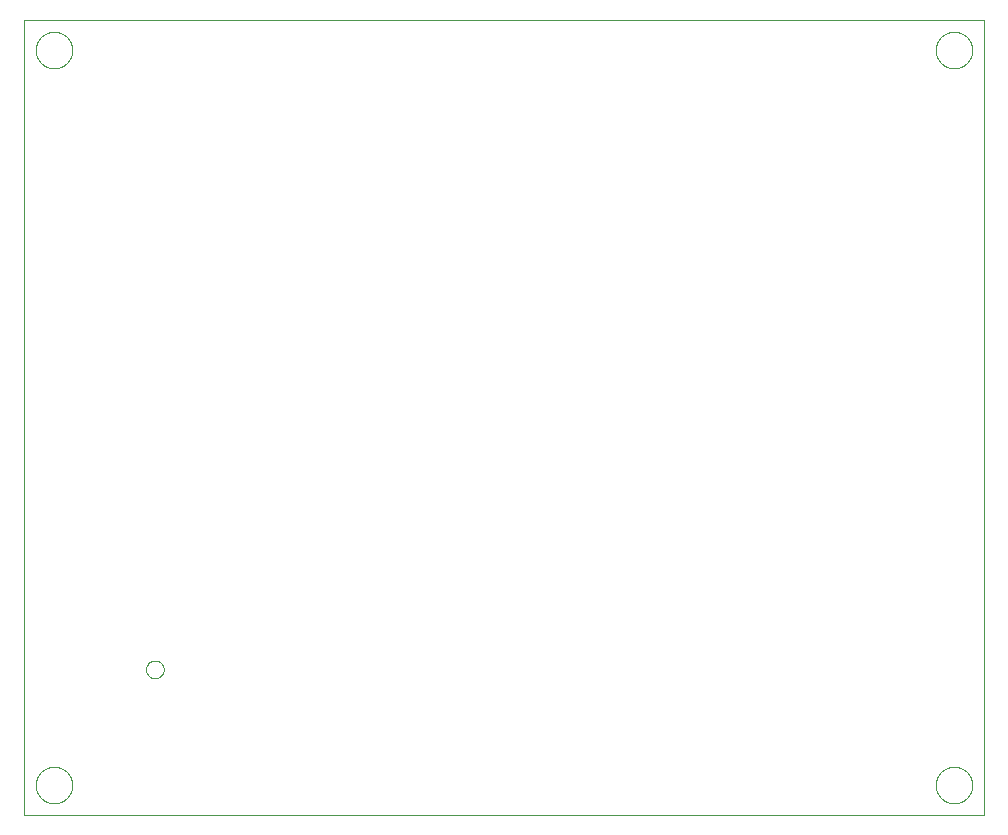
<source format=gbp>
G75*
%MOIN*%
%OFA0B0*%
%FSLAX25Y25*%
%IPPOS*%
%LPD*%
%AMOC8*
5,1,8,0,0,1.08239X$1,22.5*
%
%ADD10C,0.00000*%
D10*
X0001400Y0005000D02*
X0321400Y0005000D01*
X0321400Y0270000D01*
X0001400Y0270000D01*
X0001400Y0005000D01*
X0005298Y0015000D02*
X0005300Y0015156D01*
X0005306Y0015312D01*
X0005316Y0015467D01*
X0005330Y0015622D01*
X0005348Y0015777D01*
X0005370Y0015931D01*
X0005395Y0016085D01*
X0005425Y0016238D01*
X0005459Y0016390D01*
X0005496Y0016542D01*
X0005537Y0016692D01*
X0005582Y0016841D01*
X0005631Y0016989D01*
X0005684Y0017136D01*
X0005740Y0017281D01*
X0005800Y0017425D01*
X0005864Y0017567D01*
X0005932Y0017708D01*
X0006003Y0017846D01*
X0006077Y0017983D01*
X0006155Y0018118D01*
X0006236Y0018251D01*
X0006321Y0018382D01*
X0006409Y0018511D01*
X0006500Y0018637D01*
X0006595Y0018761D01*
X0006692Y0018882D01*
X0006793Y0019001D01*
X0006897Y0019118D01*
X0007003Y0019231D01*
X0007113Y0019342D01*
X0007225Y0019450D01*
X0007340Y0019555D01*
X0007458Y0019658D01*
X0007578Y0019757D01*
X0007701Y0019853D01*
X0007826Y0019946D01*
X0007953Y0020035D01*
X0008083Y0020122D01*
X0008215Y0020205D01*
X0008349Y0020284D01*
X0008485Y0020361D01*
X0008623Y0020433D01*
X0008762Y0020503D01*
X0008904Y0020568D01*
X0009047Y0020630D01*
X0009191Y0020688D01*
X0009337Y0020743D01*
X0009485Y0020794D01*
X0009633Y0020841D01*
X0009783Y0020884D01*
X0009934Y0020923D01*
X0010086Y0020959D01*
X0010238Y0020990D01*
X0010392Y0021018D01*
X0010546Y0021042D01*
X0010700Y0021062D01*
X0010855Y0021078D01*
X0011011Y0021090D01*
X0011166Y0021098D01*
X0011322Y0021102D01*
X0011478Y0021102D01*
X0011634Y0021098D01*
X0011789Y0021090D01*
X0011945Y0021078D01*
X0012100Y0021062D01*
X0012254Y0021042D01*
X0012408Y0021018D01*
X0012562Y0020990D01*
X0012714Y0020959D01*
X0012866Y0020923D01*
X0013017Y0020884D01*
X0013167Y0020841D01*
X0013315Y0020794D01*
X0013463Y0020743D01*
X0013609Y0020688D01*
X0013753Y0020630D01*
X0013896Y0020568D01*
X0014038Y0020503D01*
X0014177Y0020433D01*
X0014315Y0020361D01*
X0014451Y0020284D01*
X0014585Y0020205D01*
X0014717Y0020122D01*
X0014847Y0020035D01*
X0014974Y0019946D01*
X0015099Y0019853D01*
X0015222Y0019757D01*
X0015342Y0019658D01*
X0015460Y0019555D01*
X0015575Y0019450D01*
X0015687Y0019342D01*
X0015797Y0019231D01*
X0015903Y0019118D01*
X0016007Y0019001D01*
X0016108Y0018882D01*
X0016205Y0018761D01*
X0016300Y0018637D01*
X0016391Y0018511D01*
X0016479Y0018382D01*
X0016564Y0018251D01*
X0016645Y0018118D01*
X0016723Y0017983D01*
X0016797Y0017846D01*
X0016868Y0017708D01*
X0016936Y0017567D01*
X0017000Y0017425D01*
X0017060Y0017281D01*
X0017116Y0017136D01*
X0017169Y0016989D01*
X0017218Y0016841D01*
X0017263Y0016692D01*
X0017304Y0016542D01*
X0017341Y0016390D01*
X0017375Y0016238D01*
X0017405Y0016085D01*
X0017430Y0015931D01*
X0017452Y0015777D01*
X0017470Y0015622D01*
X0017484Y0015467D01*
X0017494Y0015312D01*
X0017500Y0015156D01*
X0017502Y0015000D01*
X0017500Y0014844D01*
X0017494Y0014688D01*
X0017484Y0014533D01*
X0017470Y0014378D01*
X0017452Y0014223D01*
X0017430Y0014069D01*
X0017405Y0013915D01*
X0017375Y0013762D01*
X0017341Y0013610D01*
X0017304Y0013458D01*
X0017263Y0013308D01*
X0017218Y0013159D01*
X0017169Y0013011D01*
X0017116Y0012864D01*
X0017060Y0012719D01*
X0017000Y0012575D01*
X0016936Y0012433D01*
X0016868Y0012292D01*
X0016797Y0012154D01*
X0016723Y0012017D01*
X0016645Y0011882D01*
X0016564Y0011749D01*
X0016479Y0011618D01*
X0016391Y0011489D01*
X0016300Y0011363D01*
X0016205Y0011239D01*
X0016108Y0011118D01*
X0016007Y0010999D01*
X0015903Y0010882D01*
X0015797Y0010769D01*
X0015687Y0010658D01*
X0015575Y0010550D01*
X0015460Y0010445D01*
X0015342Y0010342D01*
X0015222Y0010243D01*
X0015099Y0010147D01*
X0014974Y0010054D01*
X0014847Y0009965D01*
X0014717Y0009878D01*
X0014585Y0009795D01*
X0014451Y0009716D01*
X0014315Y0009639D01*
X0014177Y0009567D01*
X0014038Y0009497D01*
X0013896Y0009432D01*
X0013753Y0009370D01*
X0013609Y0009312D01*
X0013463Y0009257D01*
X0013315Y0009206D01*
X0013167Y0009159D01*
X0013017Y0009116D01*
X0012866Y0009077D01*
X0012714Y0009041D01*
X0012562Y0009010D01*
X0012408Y0008982D01*
X0012254Y0008958D01*
X0012100Y0008938D01*
X0011945Y0008922D01*
X0011789Y0008910D01*
X0011634Y0008902D01*
X0011478Y0008898D01*
X0011322Y0008898D01*
X0011166Y0008902D01*
X0011011Y0008910D01*
X0010855Y0008922D01*
X0010700Y0008938D01*
X0010546Y0008958D01*
X0010392Y0008982D01*
X0010238Y0009010D01*
X0010086Y0009041D01*
X0009934Y0009077D01*
X0009783Y0009116D01*
X0009633Y0009159D01*
X0009485Y0009206D01*
X0009337Y0009257D01*
X0009191Y0009312D01*
X0009047Y0009370D01*
X0008904Y0009432D01*
X0008762Y0009497D01*
X0008623Y0009567D01*
X0008485Y0009639D01*
X0008349Y0009716D01*
X0008215Y0009795D01*
X0008083Y0009878D01*
X0007953Y0009965D01*
X0007826Y0010054D01*
X0007701Y0010147D01*
X0007578Y0010243D01*
X0007458Y0010342D01*
X0007340Y0010445D01*
X0007225Y0010550D01*
X0007113Y0010658D01*
X0007003Y0010769D01*
X0006897Y0010882D01*
X0006793Y0010999D01*
X0006692Y0011118D01*
X0006595Y0011239D01*
X0006500Y0011363D01*
X0006409Y0011489D01*
X0006321Y0011618D01*
X0006236Y0011749D01*
X0006155Y0011882D01*
X0006077Y0012017D01*
X0006003Y0012154D01*
X0005932Y0012292D01*
X0005864Y0012433D01*
X0005800Y0012575D01*
X0005740Y0012719D01*
X0005684Y0012864D01*
X0005631Y0013011D01*
X0005582Y0013159D01*
X0005537Y0013308D01*
X0005496Y0013458D01*
X0005459Y0013610D01*
X0005425Y0013762D01*
X0005395Y0013915D01*
X0005370Y0014069D01*
X0005348Y0014223D01*
X0005330Y0014378D01*
X0005316Y0014533D01*
X0005306Y0014688D01*
X0005300Y0014844D01*
X0005298Y0015000D01*
X0042069Y0053563D02*
X0042071Y0053671D01*
X0042077Y0053780D01*
X0042087Y0053888D01*
X0042101Y0053995D01*
X0042119Y0054102D01*
X0042140Y0054209D01*
X0042166Y0054314D01*
X0042196Y0054419D01*
X0042229Y0054522D01*
X0042266Y0054624D01*
X0042307Y0054724D01*
X0042351Y0054823D01*
X0042400Y0054921D01*
X0042451Y0055016D01*
X0042506Y0055109D01*
X0042565Y0055201D01*
X0042627Y0055290D01*
X0042692Y0055377D01*
X0042760Y0055461D01*
X0042831Y0055543D01*
X0042905Y0055622D01*
X0042982Y0055698D01*
X0043062Y0055772D01*
X0043145Y0055842D01*
X0043230Y0055910D01*
X0043317Y0055974D01*
X0043407Y0056035D01*
X0043499Y0056093D01*
X0043593Y0056147D01*
X0043689Y0056198D01*
X0043786Y0056245D01*
X0043886Y0056289D01*
X0043987Y0056329D01*
X0044089Y0056365D01*
X0044192Y0056397D01*
X0044297Y0056426D01*
X0044403Y0056450D01*
X0044509Y0056471D01*
X0044616Y0056488D01*
X0044724Y0056501D01*
X0044832Y0056510D01*
X0044941Y0056515D01*
X0045049Y0056516D01*
X0045158Y0056513D01*
X0045266Y0056506D01*
X0045374Y0056495D01*
X0045481Y0056480D01*
X0045588Y0056461D01*
X0045694Y0056438D01*
X0045799Y0056412D01*
X0045904Y0056381D01*
X0046006Y0056347D01*
X0046108Y0056309D01*
X0046208Y0056267D01*
X0046307Y0056222D01*
X0046404Y0056173D01*
X0046498Y0056120D01*
X0046591Y0056064D01*
X0046682Y0056005D01*
X0046771Y0055942D01*
X0046857Y0055877D01*
X0046941Y0055808D01*
X0047022Y0055736D01*
X0047100Y0055661D01*
X0047176Y0055583D01*
X0047249Y0055502D01*
X0047319Y0055419D01*
X0047385Y0055334D01*
X0047449Y0055246D01*
X0047509Y0055155D01*
X0047566Y0055063D01*
X0047619Y0054968D01*
X0047669Y0054872D01*
X0047715Y0054774D01*
X0047758Y0054674D01*
X0047797Y0054573D01*
X0047832Y0054470D01*
X0047864Y0054367D01*
X0047891Y0054262D01*
X0047915Y0054156D01*
X0047935Y0054049D01*
X0047951Y0053942D01*
X0047963Y0053834D01*
X0047971Y0053726D01*
X0047975Y0053617D01*
X0047975Y0053509D01*
X0047971Y0053400D01*
X0047963Y0053292D01*
X0047951Y0053184D01*
X0047935Y0053077D01*
X0047915Y0052970D01*
X0047891Y0052864D01*
X0047864Y0052759D01*
X0047832Y0052656D01*
X0047797Y0052553D01*
X0047758Y0052452D01*
X0047715Y0052352D01*
X0047669Y0052254D01*
X0047619Y0052158D01*
X0047566Y0052063D01*
X0047509Y0051971D01*
X0047449Y0051880D01*
X0047385Y0051792D01*
X0047319Y0051707D01*
X0047249Y0051624D01*
X0047176Y0051543D01*
X0047100Y0051465D01*
X0047022Y0051390D01*
X0046941Y0051318D01*
X0046857Y0051249D01*
X0046771Y0051184D01*
X0046682Y0051121D01*
X0046591Y0051062D01*
X0046499Y0051006D01*
X0046404Y0050953D01*
X0046307Y0050904D01*
X0046208Y0050859D01*
X0046108Y0050817D01*
X0046006Y0050779D01*
X0045904Y0050745D01*
X0045799Y0050714D01*
X0045694Y0050688D01*
X0045588Y0050665D01*
X0045481Y0050646D01*
X0045374Y0050631D01*
X0045266Y0050620D01*
X0045158Y0050613D01*
X0045049Y0050610D01*
X0044941Y0050611D01*
X0044832Y0050616D01*
X0044724Y0050625D01*
X0044616Y0050638D01*
X0044509Y0050655D01*
X0044403Y0050676D01*
X0044297Y0050700D01*
X0044192Y0050729D01*
X0044089Y0050761D01*
X0043987Y0050797D01*
X0043886Y0050837D01*
X0043786Y0050881D01*
X0043689Y0050928D01*
X0043593Y0050979D01*
X0043499Y0051033D01*
X0043407Y0051091D01*
X0043317Y0051152D01*
X0043230Y0051216D01*
X0043145Y0051284D01*
X0043062Y0051354D01*
X0042982Y0051428D01*
X0042905Y0051504D01*
X0042831Y0051583D01*
X0042760Y0051665D01*
X0042692Y0051749D01*
X0042627Y0051836D01*
X0042565Y0051925D01*
X0042506Y0052017D01*
X0042451Y0052110D01*
X0042400Y0052205D01*
X0042351Y0052303D01*
X0042307Y0052402D01*
X0042266Y0052502D01*
X0042229Y0052604D01*
X0042196Y0052707D01*
X0042166Y0052812D01*
X0042140Y0052917D01*
X0042119Y0053024D01*
X0042101Y0053131D01*
X0042087Y0053238D01*
X0042077Y0053346D01*
X0042071Y0053455D01*
X0042069Y0053563D01*
X0005298Y0260000D02*
X0005300Y0260156D01*
X0005306Y0260312D01*
X0005316Y0260467D01*
X0005330Y0260622D01*
X0005348Y0260777D01*
X0005370Y0260931D01*
X0005395Y0261085D01*
X0005425Y0261238D01*
X0005459Y0261390D01*
X0005496Y0261542D01*
X0005537Y0261692D01*
X0005582Y0261841D01*
X0005631Y0261989D01*
X0005684Y0262136D01*
X0005740Y0262281D01*
X0005800Y0262425D01*
X0005864Y0262567D01*
X0005932Y0262708D01*
X0006003Y0262846D01*
X0006077Y0262983D01*
X0006155Y0263118D01*
X0006236Y0263251D01*
X0006321Y0263382D01*
X0006409Y0263511D01*
X0006500Y0263637D01*
X0006595Y0263761D01*
X0006692Y0263882D01*
X0006793Y0264001D01*
X0006897Y0264118D01*
X0007003Y0264231D01*
X0007113Y0264342D01*
X0007225Y0264450D01*
X0007340Y0264555D01*
X0007458Y0264658D01*
X0007578Y0264757D01*
X0007701Y0264853D01*
X0007826Y0264946D01*
X0007953Y0265035D01*
X0008083Y0265122D01*
X0008215Y0265205D01*
X0008349Y0265284D01*
X0008485Y0265361D01*
X0008623Y0265433D01*
X0008762Y0265503D01*
X0008904Y0265568D01*
X0009047Y0265630D01*
X0009191Y0265688D01*
X0009337Y0265743D01*
X0009485Y0265794D01*
X0009633Y0265841D01*
X0009783Y0265884D01*
X0009934Y0265923D01*
X0010086Y0265959D01*
X0010238Y0265990D01*
X0010392Y0266018D01*
X0010546Y0266042D01*
X0010700Y0266062D01*
X0010855Y0266078D01*
X0011011Y0266090D01*
X0011166Y0266098D01*
X0011322Y0266102D01*
X0011478Y0266102D01*
X0011634Y0266098D01*
X0011789Y0266090D01*
X0011945Y0266078D01*
X0012100Y0266062D01*
X0012254Y0266042D01*
X0012408Y0266018D01*
X0012562Y0265990D01*
X0012714Y0265959D01*
X0012866Y0265923D01*
X0013017Y0265884D01*
X0013167Y0265841D01*
X0013315Y0265794D01*
X0013463Y0265743D01*
X0013609Y0265688D01*
X0013753Y0265630D01*
X0013896Y0265568D01*
X0014038Y0265503D01*
X0014177Y0265433D01*
X0014315Y0265361D01*
X0014451Y0265284D01*
X0014585Y0265205D01*
X0014717Y0265122D01*
X0014847Y0265035D01*
X0014974Y0264946D01*
X0015099Y0264853D01*
X0015222Y0264757D01*
X0015342Y0264658D01*
X0015460Y0264555D01*
X0015575Y0264450D01*
X0015687Y0264342D01*
X0015797Y0264231D01*
X0015903Y0264118D01*
X0016007Y0264001D01*
X0016108Y0263882D01*
X0016205Y0263761D01*
X0016300Y0263637D01*
X0016391Y0263511D01*
X0016479Y0263382D01*
X0016564Y0263251D01*
X0016645Y0263118D01*
X0016723Y0262983D01*
X0016797Y0262846D01*
X0016868Y0262708D01*
X0016936Y0262567D01*
X0017000Y0262425D01*
X0017060Y0262281D01*
X0017116Y0262136D01*
X0017169Y0261989D01*
X0017218Y0261841D01*
X0017263Y0261692D01*
X0017304Y0261542D01*
X0017341Y0261390D01*
X0017375Y0261238D01*
X0017405Y0261085D01*
X0017430Y0260931D01*
X0017452Y0260777D01*
X0017470Y0260622D01*
X0017484Y0260467D01*
X0017494Y0260312D01*
X0017500Y0260156D01*
X0017502Y0260000D01*
X0017500Y0259844D01*
X0017494Y0259688D01*
X0017484Y0259533D01*
X0017470Y0259378D01*
X0017452Y0259223D01*
X0017430Y0259069D01*
X0017405Y0258915D01*
X0017375Y0258762D01*
X0017341Y0258610D01*
X0017304Y0258458D01*
X0017263Y0258308D01*
X0017218Y0258159D01*
X0017169Y0258011D01*
X0017116Y0257864D01*
X0017060Y0257719D01*
X0017000Y0257575D01*
X0016936Y0257433D01*
X0016868Y0257292D01*
X0016797Y0257154D01*
X0016723Y0257017D01*
X0016645Y0256882D01*
X0016564Y0256749D01*
X0016479Y0256618D01*
X0016391Y0256489D01*
X0016300Y0256363D01*
X0016205Y0256239D01*
X0016108Y0256118D01*
X0016007Y0255999D01*
X0015903Y0255882D01*
X0015797Y0255769D01*
X0015687Y0255658D01*
X0015575Y0255550D01*
X0015460Y0255445D01*
X0015342Y0255342D01*
X0015222Y0255243D01*
X0015099Y0255147D01*
X0014974Y0255054D01*
X0014847Y0254965D01*
X0014717Y0254878D01*
X0014585Y0254795D01*
X0014451Y0254716D01*
X0014315Y0254639D01*
X0014177Y0254567D01*
X0014038Y0254497D01*
X0013896Y0254432D01*
X0013753Y0254370D01*
X0013609Y0254312D01*
X0013463Y0254257D01*
X0013315Y0254206D01*
X0013167Y0254159D01*
X0013017Y0254116D01*
X0012866Y0254077D01*
X0012714Y0254041D01*
X0012562Y0254010D01*
X0012408Y0253982D01*
X0012254Y0253958D01*
X0012100Y0253938D01*
X0011945Y0253922D01*
X0011789Y0253910D01*
X0011634Y0253902D01*
X0011478Y0253898D01*
X0011322Y0253898D01*
X0011166Y0253902D01*
X0011011Y0253910D01*
X0010855Y0253922D01*
X0010700Y0253938D01*
X0010546Y0253958D01*
X0010392Y0253982D01*
X0010238Y0254010D01*
X0010086Y0254041D01*
X0009934Y0254077D01*
X0009783Y0254116D01*
X0009633Y0254159D01*
X0009485Y0254206D01*
X0009337Y0254257D01*
X0009191Y0254312D01*
X0009047Y0254370D01*
X0008904Y0254432D01*
X0008762Y0254497D01*
X0008623Y0254567D01*
X0008485Y0254639D01*
X0008349Y0254716D01*
X0008215Y0254795D01*
X0008083Y0254878D01*
X0007953Y0254965D01*
X0007826Y0255054D01*
X0007701Y0255147D01*
X0007578Y0255243D01*
X0007458Y0255342D01*
X0007340Y0255445D01*
X0007225Y0255550D01*
X0007113Y0255658D01*
X0007003Y0255769D01*
X0006897Y0255882D01*
X0006793Y0255999D01*
X0006692Y0256118D01*
X0006595Y0256239D01*
X0006500Y0256363D01*
X0006409Y0256489D01*
X0006321Y0256618D01*
X0006236Y0256749D01*
X0006155Y0256882D01*
X0006077Y0257017D01*
X0006003Y0257154D01*
X0005932Y0257292D01*
X0005864Y0257433D01*
X0005800Y0257575D01*
X0005740Y0257719D01*
X0005684Y0257864D01*
X0005631Y0258011D01*
X0005582Y0258159D01*
X0005537Y0258308D01*
X0005496Y0258458D01*
X0005459Y0258610D01*
X0005425Y0258762D01*
X0005395Y0258915D01*
X0005370Y0259069D01*
X0005348Y0259223D01*
X0005330Y0259378D01*
X0005316Y0259533D01*
X0005306Y0259688D01*
X0005300Y0259844D01*
X0005298Y0260000D01*
X0305298Y0260000D02*
X0305300Y0260156D01*
X0305306Y0260312D01*
X0305316Y0260467D01*
X0305330Y0260622D01*
X0305348Y0260777D01*
X0305370Y0260931D01*
X0305395Y0261085D01*
X0305425Y0261238D01*
X0305459Y0261390D01*
X0305496Y0261542D01*
X0305537Y0261692D01*
X0305582Y0261841D01*
X0305631Y0261989D01*
X0305684Y0262136D01*
X0305740Y0262281D01*
X0305800Y0262425D01*
X0305864Y0262567D01*
X0305932Y0262708D01*
X0306003Y0262846D01*
X0306077Y0262983D01*
X0306155Y0263118D01*
X0306236Y0263251D01*
X0306321Y0263382D01*
X0306409Y0263511D01*
X0306500Y0263637D01*
X0306595Y0263761D01*
X0306692Y0263882D01*
X0306793Y0264001D01*
X0306897Y0264118D01*
X0307003Y0264231D01*
X0307113Y0264342D01*
X0307225Y0264450D01*
X0307340Y0264555D01*
X0307458Y0264658D01*
X0307578Y0264757D01*
X0307701Y0264853D01*
X0307826Y0264946D01*
X0307953Y0265035D01*
X0308083Y0265122D01*
X0308215Y0265205D01*
X0308349Y0265284D01*
X0308485Y0265361D01*
X0308623Y0265433D01*
X0308762Y0265503D01*
X0308904Y0265568D01*
X0309047Y0265630D01*
X0309191Y0265688D01*
X0309337Y0265743D01*
X0309485Y0265794D01*
X0309633Y0265841D01*
X0309783Y0265884D01*
X0309934Y0265923D01*
X0310086Y0265959D01*
X0310238Y0265990D01*
X0310392Y0266018D01*
X0310546Y0266042D01*
X0310700Y0266062D01*
X0310855Y0266078D01*
X0311011Y0266090D01*
X0311166Y0266098D01*
X0311322Y0266102D01*
X0311478Y0266102D01*
X0311634Y0266098D01*
X0311789Y0266090D01*
X0311945Y0266078D01*
X0312100Y0266062D01*
X0312254Y0266042D01*
X0312408Y0266018D01*
X0312562Y0265990D01*
X0312714Y0265959D01*
X0312866Y0265923D01*
X0313017Y0265884D01*
X0313167Y0265841D01*
X0313315Y0265794D01*
X0313463Y0265743D01*
X0313609Y0265688D01*
X0313753Y0265630D01*
X0313896Y0265568D01*
X0314038Y0265503D01*
X0314177Y0265433D01*
X0314315Y0265361D01*
X0314451Y0265284D01*
X0314585Y0265205D01*
X0314717Y0265122D01*
X0314847Y0265035D01*
X0314974Y0264946D01*
X0315099Y0264853D01*
X0315222Y0264757D01*
X0315342Y0264658D01*
X0315460Y0264555D01*
X0315575Y0264450D01*
X0315687Y0264342D01*
X0315797Y0264231D01*
X0315903Y0264118D01*
X0316007Y0264001D01*
X0316108Y0263882D01*
X0316205Y0263761D01*
X0316300Y0263637D01*
X0316391Y0263511D01*
X0316479Y0263382D01*
X0316564Y0263251D01*
X0316645Y0263118D01*
X0316723Y0262983D01*
X0316797Y0262846D01*
X0316868Y0262708D01*
X0316936Y0262567D01*
X0317000Y0262425D01*
X0317060Y0262281D01*
X0317116Y0262136D01*
X0317169Y0261989D01*
X0317218Y0261841D01*
X0317263Y0261692D01*
X0317304Y0261542D01*
X0317341Y0261390D01*
X0317375Y0261238D01*
X0317405Y0261085D01*
X0317430Y0260931D01*
X0317452Y0260777D01*
X0317470Y0260622D01*
X0317484Y0260467D01*
X0317494Y0260312D01*
X0317500Y0260156D01*
X0317502Y0260000D01*
X0317500Y0259844D01*
X0317494Y0259688D01*
X0317484Y0259533D01*
X0317470Y0259378D01*
X0317452Y0259223D01*
X0317430Y0259069D01*
X0317405Y0258915D01*
X0317375Y0258762D01*
X0317341Y0258610D01*
X0317304Y0258458D01*
X0317263Y0258308D01*
X0317218Y0258159D01*
X0317169Y0258011D01*
X0317116Y0257864D01*
X0317060Y0257719D01*
X0317000Y0257575D01*
X0316936Y0257433D01*
X0316868Y0257292D01*
X0316797Y0257154D01*
X0316723Y0257017D01*
X0316645Y0256882D01*
X0316564Y0256749D01*
X0316479Y0256618D01*
X0316391Y0256489D01*
X0316300Y0256363D01*
X0316205Y0256239D01*
X0316108Y0256118D01*
X0316007Y0255999D01*
X0315903Y0255882D01*
X0315797Y0255769D01*
X0315687Y0255658D01*
X0315575Y0255550D01*
X0315460Y0255445D01*
X0315342Y0255342D01*
X0315222Y0255243D01*
X0315099Y0255147D01*
X0314974Y0255054D01*
X0314847Y0254965D01*
X0314717Y0254878D01*
X0314585Y0254795D01*
X0314451Y0254716D01*
X0314315Y0254639D01*
X0314177Y0254567D01*
X0314038Y0254497D01*
X0313896Y0254432D01*
X0313753Y0254370D01*
X0313609Y0254312D01*
X0313463Y0254257D01*
X0313315Y0254206D01*
X0313167Y0254159D01*
X0313017Y0254116D01*
X0312866Y0254077D01*
X0312714Y0254041D01*
X0312562Y0254010D01*
X0312408Y0253982D01*
X0312254Y0253958D01*
X0312100Y0253938D01*
X0311945Y0253922D01*
X0311789Y0253910D01*
X0311634Y0253902D01*
X0311478Y0253898D01*
X0311322Y0253898D01*
X0311166Y0253902D01*
X0311011Y0253910D01*
X0310855Y0253922D01*
X0310700Y0253938D01*
X0310546Y0253958D01*
X0310392Y0253982D01*
X0310238Y0254010D01*
X0310086Y0254041D01*
X0309934Y0254077D01*
X0309783Y0254116D01*
X0309633Y0254159D01*
X0309485Y0254206D01*
X0309337Y0254257D01*
X0309191Y0254312D01*
X0309047Y0254370D01*
X0308904Y0254432D01*
X0308762Y0254497D01*
X0308623Y0254567D01*
X0308485Y0254639D01*
X0308349Y0254716D01*
X0308215Y0254795D01*
X0308083Y0254878D01*
X0307953Y0254965D01*
X0307826Y0255054D01*
X0307701Y0255147D01*
X0307578Y0255243D01*
X0307458Y0255342D01*
X0307340Y0255445D01*
X0307225Y0255550D01*
X0307113Y0255658D01*
X0307003Y0255769D01*
X0306897Y0255882D01*
X0306793Y0255999D01*
X0306692Y0256118D01*
X0306595Y0256239D01*
X0306500Y0256363D01*
X0306409Y0256489D01*
X0306321Y0256618D01*
X0306236Y0256749D01*
X0306155Y0256882D01*
X0306077Y0257017D01*
X0306003Y0257154D01*
X0305932Y0257292D01*
X0305864Y0257433D01*
X0305800Y0257575D01*
X0305740Y0257719D01*
X0305684Y0257864D01*
X0305631Y0258011D01*
X0305582Y0258159D01*
X0305537Y0258308D01*
X0305496Y0258458D01*
X0305459Y0258610D01*
X0305425Y0258762D01*
X0305395Y0258915D01*
X0305370Y0259069D01*
X0305348Y0259223D01*
X0305330Y0259378D01*
X0305316Y0259533D01*
X0305306Y0259688D01*
X0305300Y0259844D01*
X0305298Y0260000D01*
X0305298Y0015000D02*
X0305300Y0015156D01*
X0305306Y0015312D01*
X0305316Y0015467D01*
X0305330Y0015622D01*
X0305348Y0015777D01*
X0305370Y0015931D01*
X0305395Y0016085D01*
X0305425Y0016238D01*
X0305459Y0016390D01*
X0305496Y0016542D01*
X0305537Y0016692D01*
X0305582Y0016841D01*
X0305631Y0016989D01*
X0305684Y0017136D01*
X0305740Y0017281D01*
X0305800Y0017425D01*
X0305864Y0017567D01*
X0305932Y0017708D01*
X0306003Y0017846D01*
X0306077Y0017983D01*
X0306155Y0018118D01*
X0306236Y0018251D01*
X0306321Y0018382D01*
X0306409Y0018511D01*
X0306500Y0018637D01*
X0306595Y0018761D01*
X0306692Y0018882D01*
X0306793Y0019001D01*
X0306897Y0019118D01*
X0307003Y0019231D01*
X0307113Y0019342D01*
X0307225Y0019450D01*
X0307340Y0019555D01*
X0307458Y0019658D01*
X0307578Y0019757D01*
X0307701Y0019853D01*
X0307826Y0019946D01*
X0307953Y0020035D01*
X0308083Y0020122D01*
X0308215Y0020205D01*
X0308349Y0020284D01*
X0308485Y0020361D01*
X0308623Y0020433D01*
X0308762Y0020503D01*
X0308904Y0020568D01*
X0309047Y0020630D01*
X0309191Y0020688D01*
X0309337Y0020743D01*
X0309485Y0020794D01*
X0309633Y0020841D01*
X0309783Y0020884D01*
X0309934Y0020923D01*
X0310086Y0020959D01*
X0310238Y0020990D01*
X0310392Y0021018D01*
X0310546Y0021042D01*
X0310700Y0021062D01*
X0310855Y0021078D01*
X0311011Y0021090D01*
X0311166Y0021098D01*
X0311322Y0021102D01*
X0311478Y0021102D01*
X0311634Y0021098D01*
X0311789Y0021090D01*
X0311945Y0021078D01*
X0312100Y0021062D01*
X0312254Y0021042D01*
X0312408Y0021018D01*
X0312562Y0020990D01*
X0312714Y0020959D01*
X0312866Y0020923D01*
X0313017Y0020884D01*
X0313167Y0020841D01*
X0313315Y0020794D01*
X0313463Y0020743D01*
X0313609Y0020688D01*
X0313753Y0020630D01*
X0313896Y0020568D01*
X0314038Y0020503D01*
X0314177Y0020433D01*
X0314315Y0020361D01*
X0314451Y0020284D01*
X0314585Y0020205D01*
X0314717Y0020122D01*
X0314847Y0020035D01*
X0314974Y0019946D01*
X0315099Y0019853D01*
X0315222Y0019757D01*
X0315342Y0019658D01*
X0315460Y0019555D01*
X0315575Y0019450D01*
X0315687Y0019342D01*
X0315797Y0019231D01*
X0315903Y0019118D01*
X0316007Y0019001D01*
X0316108Y0018882D01*
X0316205Y0018761D01*
X0316300Y0018637D01*
X0316391Y0018511D01*
X0316479Y0018382D01*
X0316564Y0018251D01*
X0316645Y0018118D01*
X0316723Y0017983D01*
X0316797Y0017846D01*
X0316868Y0017708D01*
X0316936Y0017567D01*
X0317000Y0017425D01*
X0317060Y0017281D01*
X0317116Y0017136D01*
X0317169Y0016989D01*
X0317218Y0016841D01*
X0317263Y0016692D01*
X0317304Y0016542D01*
X0317341Y0016390D01*
X0317375Y0016238D01*
X0317405Y0016085D01*
X0317430Y0015931D01*
X0317452Y0015777D01*
X0317470Y0015622D01*
X0317484Y0015467D01*
X0317494Y0015312D01*
X0317500Y0015156D01*
X0317502Y0015000D01*
X0317500Y0014844D01*
X0317494Y0014688D01*
X0317484Y0014533D01*
X0317470Y0014378D01*
X0317452Y0014223D01*
X0317430Y0014069D01*
X0317405Y0013915D01*
X0317375Y0013762D01*
X0317341Y0013610D01*
X0317304Y0013458D01*
X0317263Y0013308D01*
X0317218Y0013159D01*
X0317169Y0013011D01*
X0317116Y0012864D01*
X0317060Y0012719D01*
X0317000Y0012575D01*
X0316936Y0012433D01*
X0316868Y0012292D01*
X0316797Y0012154D01*
X0316723Y0012017D01*
X0316645Y0011882D01*
X0316564Y0011749D01*
X0316479Y0011618D01*
X0316391Y0011489D01*
X0316300Y0011363D01*
X0316205Y0011239D01*
X0316108Y0011118D01*
X0316007Y0010999D01*
X0315903Y0010882D01*
X0315797Y0010769D01*
X0315687Y0010658D01*
X0315575Y0010550D01*
X0315460Y0010445D01*
X0315342Y0010342D01*
X0315222Y0010243D01*
X0315099Y0010147D01*
X0314974Y0010054D01*
X0314847Y0009965D01*
X0314717Y0009878D01*
X0314585Y0009795D01*
X0314451Y0009716D01*
X0314315Y0009639D01*
X0314177Y0009567D01*
X0314038Y0009497D01*
X0313896Y0009432D01*
X0313753Y0009370D01*
X0313609Y0009312D01*
X0313463Y0009257D01*
X0313315Y0009206D01*
X0313167Y0009159D01*
X0313017Y0009116D01*
X0312866Y0009077D01*
X0312714Y0009041D01*
X0312562Y0009010D01*
X0312408Y0008982D01*
X0312254Y0008958D01*
X0312100Y0008938D01*
X0311945Y0008922D01*
X0311789Y0008910D01*
X0311634Y0008902D01*
X0311478Y0008898D01*
X0311322Y0008898D01*
X0311166Y0008902D01*
X0311011Y0008910D01*
X0310855Y0008922D01*
X0310700Y0008938D01*
X0310546Y0008958D01*
X0310392Y0008982D01*
X0310238Y0009010D01*
X0310086Y0009041D01*
X0309934Y0009077D01*
X0309783Y0009116D01*
X0309633Y0009159D01*
X0309485Y0009206D01*
X0309337Y0009257D01*
X0309191Y0009312D01*
X0309047Y0009370D01*
X0308904Y0009432D01*
X0308762Y0009497D01*
X0308623Y0009567D01*
X0308485Y0009639D01*
X0308349Y0009716D01*
X0308215Y0009795D01*
X0308083Y0009878D01*
X0307953Y0009965D01*
X0307826Y0010054D01*
X0307701Y0010147D01*
X0307578Y0010243D01*
X0307458Y0010342D01*
X0307340Y0010445D01*
X0307225Y0010550D01*
X0307113Y0010658D01*
X0307003Y0010769D01*
X0306897Y0010882D01*
X0306793Y0010999D01*
X0306692Y0011118D01*
X0306595Y0011239D01*
X0306500Y0011363D01*
X0306409Y0011489D01*
X0306321Y0011618D01*
X0306236Y0011749D01*
X0306155Y0011882D01*
X0306077Y0012017D01*
X0306003Y0012154D01*
X0305932Y0012292D01*
X0305864Y0012433D01*
X0305800Y0012575D01*
X0305740Y0012719D01*
X0305684Y0012864D01*
X0305631Y0013011D01*
X0305582Y0013159D01*
X0305537Y0013308D01*
X0305496Y0013458D01*
X0305459Y0013610D01*
X0305425Y0013762D01*
X0305395Y0013915D01*
X0305370Y0014069D01*
X0305348Y0014223D01*
X0305330Y0014378D01*
X0305316Y0014533D01*
X0305306Y0014688D01*
X0305300Y0014844D01*
X0305298Y0015000D01*
M02*

</source>
